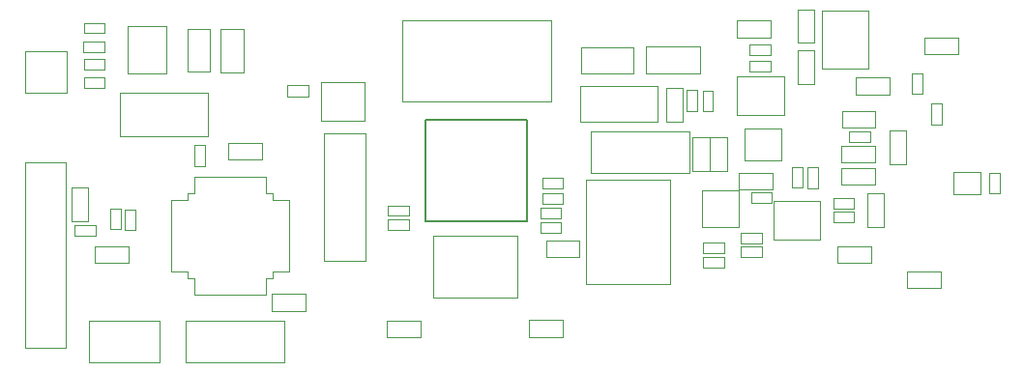
<source format=gbr>
%TF.GenerationSoftware,KiCad,Pcbnew,7.0.11+dfsg-1build4*%
%TF.CreationDate,2025-01-19T09:07:44-05:00*%
%TF.ProjectId,ThermocoupleBoard,54686572-6d6f-4636-9f75-706c65426f61,rev?*%
%TF.SameCoordinates,Original*%
%TF.FileFunction,Other,User*%
%FSLAX46Y46*%
G04 Gerber Fmt 4.6, Leading zero omitted, Abs format (unit mm)*
G04 Created by KiCad (PCBNEW 7.0.11+dfsg-1build4) date 2025-01-19 09:07:44*
%MOMM*%
%LPD*%
G01*
G04 APERTURE LIST*
%ADD10C,0.050000*%
%ADD11C,0.152400*%
G04 APERTURE END LIST*
D10*
%TO.C,J6*%
X124358000Y-96703000D02*
X133008000Y-96703000D01*
X133008000Y-96703000D02*
X133008000Y-93103000D01*
X124358000Y-93103000D02*
X124358000Y-96703000D01*
X133008000Y-93103000D02*
X124358000Y-93103000D01*
%TO.C,C21*%
X137534000Y-103174000D02*
X139354000Y-103174000D01*
X137534000Y-104094000D02*
X137534000Y-103174000D01*
X139354000Y-103174000D02*
X139354000Y-104094000D01*
X139354000Y-104094000D02*
X137534000Y-104094000D01*
%TO.C,C5*%
X133672000Y-89451000D02*
X133672000Y-91271000D01*
X132752000Y-89451000D02*
X133672000Y-89451000D01*
X133672000Y-91271000D02*
X132752000Y-91271000D01*
X132752000Y-91271000D02*
X132752000Y-89451000D01*
%TO.C,RV1*%
X148709670Y-82455000D02*
X148709670Y-87555000D01*
X144609670Y-82455000D02*
X148709670Y-82455000D01*
X148709670Y-87555000D02*
X144609670Y-87555000D01*
X144609670Y-87555000D02*
X144609670Y-82455000D01*
%TO.C,Rz3*%
X95568000Y-95549000D02*
X92608000Y-95549000D01*
X95568000Y-94089000D02*
X95568000Y-95549000D01*
X92608000Y-95549000D02*
X92608000Y-94089000D01*
X92608000Y-94089000D02*
X95568000Y-94089000D01*
%TO.C,J1*%
X74877000Y-86062000D02*
X74877000Y-89662000D01*
X74877000Y-89662000D02*
X78477000Y-89662000D01*
X78477000Y-86062000D02*
X74877000Y-86062000D01*
X78477000Y-89662000D02*
X78477000Y-86062000D01*
%TO.C,C12*%
X79927000Y-85202000D02*
X81747000Y-85202000D01*
X79927000Y-86122000D02*
X79927000Y-85202000D01*
X81747000Y-85202000D02*
X81747000Y-86122000D01*
X81747000Y-86122000D02*
X79927000Y-86122000D01*
%TO.C,C29*%
X108442000Y-100476000D02*
X106622000Y-100476000D01*
X108442000Y-99556000D02*
X108442000Y-100476000D01*
X106622000Y-100476000D02*
X106622000Y-99556000D01*
X106622000Y-99556000D02*
X108442000Y-99556000D01*
%TO.C,C8*%
X138271000Y-86921000D02*
X140091000Y-86921000D01*
X138271000Y-87841000D02*
X138271000Y-86921000D01*
X140091000Y-86921000D02*
X140091000Y-87841000D01*
X140091000Y-87841000D02*
X138271000Y-87841000D01*
%TO.C,R12*%
X146268000Y-94332000D02*
X149228000Y-94332000D01*
X146268000Y-95792000D02*
X146268000Y-94332000D01*
X149228000Y-94332000D02*
X149228000Y-95792000D01*
X149228000Y-95792000D02*
X146268000Y-95792000D01*
%TO.C,U1*%
X87655000Y-99053000D02*
X87655000Y-102203000D01*
X87655000Y-105353000D02*
X87655000Y-102203000D01*
X89055000Y-98453000D02*
X89055000Y-99053000D01*
X89055000Y-99053000D02*
X87655000Y-99053000D01*
X89055000Y-105353000D02*
X87655000Y-105353000D01*
X89055000Y-105953000D02*
X89055000Y-105353000D01*
X89655000Y-97053000D02*
X89655000Y-98453000D01*
X89655000Y-98453000D02*
X89055000Y-98453000D01*
X89655000Y-105953000D02*
X89055000Y-105953000D01*
X89655000Y-107353000D02*
X89655000Y-105953000D01*
X92805000Y-97053000D02*
X89655000Y-97053000D01*
X92805000Y-97053000D02*
X95955000Y-97053000D01*
X92805000Y-107353000D02*
X89655000Y-107353000D01*
X92805000Y-107353000D02*
X95955000Y-107353000D01*
X95955000Y-97053000D02*
X95955000Y-98453000D01*
X95955000Y-98453000D02*
X96555000Y-98453000D01*
X95955000Y-105953000D02*
X96555000Y-105953000D01*
X95955000Y-107353000D02*
X95955000Y-105953000D01*
X96555000Y-98453000D02*
X96555000Y-99053000D01*
X96555000Y-99053000D02*
X97955000Y-99053000D01*
X96555000Y-105353000D02*
X97955000Y-105353000D01*
X96555000Y-105953000D02*
X96555000Y-105353000D01*
X97955000Y-99053000D02*
X97955000Y-102203000D01*
X97955000Y-105353000D02*
X97955000Y-102203000D01*
%TO.C,C19*%
X145586000Y-98927000D02*
X147406000Y-98927000D01*
X145586000Y-99847000D02*
X145586000Y-98927000D01*
X147406000Y-98927000D02*
X147406000Y-99847000D01*
X147406000Y-99847000D02*
X145586000Y-99847000D01*
%TO.C,C10*%
X81798000Y-89241000D02*
X79978000Y-89241000D01*
X81798000Y-88321000D02*
X81798000Y-89241000D01*
X79978000Y-89241000D02*
X79978000Y-88321000D01*
X79978000Y-88321000D02*
X81798000Y-88321000D01*
%TO.C,C27*%
X121777000Y-100727000D02*
X119957000Y-100727000D01*
X121777000Y-99807000D02*
X121777000Y-100727000D01*
X119957000Y-100727000D02*
X119957000Y-99807000D01*
X119957000Y-99807000D02*
X121777000Y-99807000D01*
%TO.C,C14*%
X148803000Y-93999000D02*
X146983000Y-93999000D01*
X148803000Y-93079000D02*
X148803000Y-93999000D01*
X146983000Y-93999000D02*
X146983000Y-93079000D01*
X146983000Y-93079000D02*
X148803000Y-93079000D01*
%TO.C,R16*%
X133296000Y-96506000D02*
X133296000Y-93546000D01*
X134756000Y-96506000D02*
X133296000Y-96506000D01*
X133296000Y-93546000D02*
X134756000Y-93546000D01*
X134756000Y-93546000D02*
X134756000Y-96506000D01*
%TO.C,C9*%
X81798000Y-87652000D02*
X79978000Y-87652000D01*
X81798000Y-86732000D02*
X81798000Y-87652000D01*
X79978000Y-87652000D02*
X79978000Y-86732000D01*
X79978000Y-86732000D02*
X81798000Y-86732000D01*
%TO.C,C35*%
X84477000Y-99893000D02*
X84477000Y-101713000D01*
X83557000Y-99893000D02*
X84477000Y-99893000D01*
X84477000Y-101713000D02*
X83557000Y-101713000D01*
X83557000Y-101713000D02*
X83557000Y-99893000D01*
%TO.C,Q1*%
X100736000Y-88754000D02*
X100736000Y-92154000D01*
X100736000Y-92154000D02*
X104576000Y-92154000D01*
X104576000Y-88754000D02*
X100736000Y-88754000D01*
X104576000Y-92154000D02*
X104576000Y-88754000D01*
%TO.C,U2*%
X123935000Y-97274000D02*
X123935000Y-106434000D01*
X123935000Y-106434000D02*
X131335000Y-106434000D01*
X131335000Y-97274000D02*
X123935000Y-97274000D01*
X131335000Y-106434000D02*
X131335000Y-97274000D01*
%TO.C,U8*%
X137302000Y-101437000D02*
X134102000Y-101437000D01*
X137302000Y-98237000D02*
X137302000Y-101437000D01*
X134102000Y-101437000D02*
X134102000Y-98237000D01*
X134102000Y-98237000D02*
X137302000Y-98237000D01*
%TO.C,R8*%
X80340000Y-98001000D02*
X80340000Y-100961000D01*
X78880000Y-98001000D02*
X80340000Y-98001000D01*
X80340000Y-100961000D02*
X78880000Y-100961000D01*
X78880000Y-100961000D02*
X78880000Y-98001000D01*
%TO.C,R22*%
X155015000Y-106831000D02*
X152055000Y-106831000D01*
X155015000Y-105371000D02*
X155015000Y-106831000D01*
X152055000Y-106831000D02*
X152055000Y-105371000D01*
X152055000Y-105371000D02*
X155015000Y-105371000D01*
%TO.C,U4*%
X83814000Y-87984000D02*
X87214000Y-87984000D01*
X87214000Y-87984000D02*
X87214000Y-83884000D01*
X83814000Y-83884000D02*
X83814000Y-87984000D01*
X87214000Y-83884000D02*
X83814000Y-83884000D01*
%TO.C,RX1*%
X106539000Y-109635000D02*
X109499000Y-109635000D01*
X106539000Y-111095000D02*
X106539000Y-109635000D01*
X109499000Y-109635000D02*
X109499000Y-111095000D01*
X109499000Y-111095000D02*
X106539000Y-111095000D01*
%TO.C,C15*%
X83207000Y-99825000D02*
X83207000Y-101645000D01*
X82287000Y-99825000D02*
X83207000Y-99825000D01*
X83207000Y-101645000D02*
X82287000Y-101645000D01*
X82287000Y-101645000D02*
X82287000Y-99825000D01*
%TO.C,R13*%
X146341000Y-91277000D02*
X149301000Y-91277000D01*
X146341000Y-92737000D02*
X146341000Y-91277000D01*
X149301000Y-91277000D02*
X149301000Y-92737000D01*
X149301000Y-92737000D02*
X146341000Y-92737000D01*
%TO.C,J5*%
X104639000Y-104463000D02*
X104639000Y-93263000D01*
X104639000Y-93263000D02*
X101039000Y-93263000D01*
X101039000Y-104463000D02*
X104639000Y-104463000D01*
X101039000Y-93263000D02*
X101039000Y-104463000D01*
%TO.C,J2*%
X74799000Y-95783000D02*
X74799000Y-112083000D01*
X74799000Y-112083000D02*
X78399000Y-112083000D01*
X78399000Y-95783000D02*
X74799000Y-95783000D01*
X78399000Y-112083000D02*
X78399000Y-95783000D01*
%TO.C,C2*%
X89056000Y-87853000D02*
X89056000Y-84093000D01*
X91016000Y-87853000D02*
X89056000Y-87853000D01*
X89056000Y-84093000D02*
X91016000Y-84093000D01*
X91016000Y-84093000D02*
X91016000Y-87853000D01*
%TO.C,U5*%
X137185000Y-88224000D02*
X137185000Y-91624000D01*
X137185000Y-91624000D02*
X141285000Y-91624000D01*
X141285000Y-88224000D02*
X137185000Y-88224000D01*
X141285000Y-91624000D02*
X141285000Y-88224000D01*
%TO.C,U6*%
X141008000Y-95610000D02*
X141008000Y-92810000D01*
X141008000Y-95610000D02*
X137808000Y-95610000D01*
X141008000Y-92810000D02*
X137808000Y-92810000D01*
X137808000Y-92810000D02*
X137808000Y-95610000D01*
%TO.C,R7*%
X143906000Y-85955000D02*
X143906000Y-88915000D01*
X142446000Y-85955000D02*
X143906000Y-85955000D01*
X143906000Y-88915000D02*
X142446000Y-88915000D01*
X142446000Y-88915000D02*
X142446000Y-85955000D01*
%TO.C,R6*%
X150552000Y-89823000D02*
X147592000Y-89823000D01*
X150552000Y-88363000D02*
X150552000Y-89823000D01*
X147592000Y-89823000D02*
X147592000Y-88363000D01*
X147592000Y-88363000D02*
X150552000Y-88363000D01*
%TO.C,R2*%
X97790000Y-89052000D02*
X99650000Y-89052000D01*
X97790000Y-89992000D02*
X97790000Y-89052000D01*
X99650000Y-89052000D02*
X99650000Y-89992000D01*
X99650000Y-89992000D02*
X97790000Y-89992000D01*
%TO.C,U11*%
X156130000Y-96605000D02*
X156130000Y-98605000D01*
X156130000Y-98605000D02*
X158530000Y-98605000D01*
X158530000Y-96605000D02*
X156130000Y-96605000D01*
X158530000Y-98605000D02*
X158530000Y-96605000D01*
%TO.C,R5*%
X150501000Y-95937000D02*
X150501000Y-92977000D01*
X151961000Y-95937000D02*
X150501000Y-95937000D01*
X150501000Y-92977000D02*
X151961000Y-92977000D01*
X151961000Y-92977000D02*
X151961000Y-95937000D01*
%TO.C,R10*%
X148542000Y-101428000D02*
X148542000Y-98468000D01*
X150002000Y-101428000D02*
X148542000Y-101428000D01*
X148542000Y-98468000D02*
X150002000Y-98468000D01*
X150002000Y-98468000D02*
X150002000Y-101428000D01*
%TO.C,C16*%
X144289000Y-96250000D02*
X144289000Y-98070000D01*
X143369000Y-96250000D02*
X144289000Y-96250000D01*
X144289000Y-98070000D02*
X143369000Y-98070000D01*
X143369000Y-98070000D02*
X143369000Y-96250000D01*
%TO.C,R21*%
X145959000Y-103115000D02*
X148919000Y-103115000D01*
X145959000Y-104575000D02*
X145959000Y-103115000D01*
X148919000Y-103115000D02*
X148919000Y-104575000D01*
X148919000Y-104575000D02*
X145959000Y-104575000D01*
%TO.C,C23*%
X136024000Y-104976000D02*
X134204000Y-104976000D01*
X136024000Y-104056000D02*
X136024000Y-104976000D01*
X134204000Y-104976000D02*
X134204000Y-104056000D01*
X134204000Y-104056000D02*
X136024000Y-104056000D01*
%TO.C,R3*%
X123539000Y-85743000D02*
X128099000Y-85743000D01*
X123539000Y-87983000D02*
X123539000Y-85743000D01*
X128099000Y-85743000D02*
X128099000Y-87983000D01*
X128099000Y-87983000D02*
X123539000Y-87983000D01*
%TO.C,D2*%
X133906000Y-87966000D02*
X133906000Y-85666000D01*
X133906000Y-87966000D02*
X129206000Y-87966000D01*
X129206000Y-87966000D02*
X129206000Y-85666000D01*
X129206000Y-85666000D02*
X133906000Y-85666000D01*
%TO.C,U3*%
X107899000Y-90429000D02*
X107899000Y-83349000D01*
X120899000Y-90429000D02*
X107899000Y-90429000D01*
X107899000Y-83349000D02*
X120899000Y-83349000D01*
X120899000Y-83349000D02*
X120899000Y-90429000D01*
%TO.C,C7*%
X138271000Y-85459000D02*
X140091000Y-85459000D01*
X138271000Y-86379000D02*
X138271000Y-85459000D01*
X140091000Y-85459000D02*
X140091000Y-86379000D01*
X140091000Y-86379000D02*
X138271000Y-86379000D01*
%TO.C,RY1*%
X118985000Y-109623000D02*
X121945000Y-109623000D01*
X118985000Y-111083000D02*
X118985000Y-109623000D01*
X121945000Y-109623000D02*
X121945000Y-111083000D01*
X121945000Y-111083000D02*
X118985000Y-111083000D01*
%TO.C,C26*%
X121955000Y-98069000D02*
X120135000Y-98069000D01*
X121955000Y-97149000D02*
X121955000Y-98069000D01*
X120135000Y-98069000D02*
X120135000Y-97149000D01*
X120135000Y-97149000D02*
X121955000Y-97149000D01*
%TO.C,R9*%
X143906000Y-82369000D02*
X143906000Y-85329000D01*
X142446000Y-82369000D02*
X143906000Y-82369000D01*
X143906000Y-85329000D02*
X142446000Y-85329000D01*
X142446000Y-85329000D02*
X142446000Y-82369000D01*
%TO.C,R20*%
X155070000Y-90625000D02*
X155070000Y-92485000D01*
X154130000Y-90625000D02*
X155070000Y-90625000D01*
X155070000Y-92485000D02*
X154130000Y-92485000D01*
X154130000Y-92485000D02*
X154130000Y-90625000D01*
%TO.C,C28*%
X121777000Y-101935000D02*
X119957000Y-101935000D01*
X121777000Y-101015000D02*
X121777000Y-101935000D01*
X119957000Y-101935000D02*
X119957000Y-101015000D01*
X119957000Y-101015000D02*
X121777000Y-101015000D01*
%TO.C,C22*%
X137534000Y-101969000D02*
X139354000Y-101969000D01*
X137534000Y-102889000D02*
X137534000Y-101969000D01*
X139354000Y-101969000D02*
X139354000Y-102889000D01*
X139354000Y-102889000D02*
X137534000Y-102889000D01*
%TO.C,C6*%
X135069000Y-89516000D02*
X135069000Y-91336000D01*
X134149000Y-89516000D02*
X135069000Y-89516000D01*
X135069000Y-91336000D02*
X134149000Y-91336000D01*
X134149000Y-91336000D02*
X134149000Y-89516000D01*
%TO.C,J3*%
X86585000Y-109674000D02*
X80435000Y-109674000D01*
X80435000Y-109674000D02*
X80435000Y-113274000D01*
X86585000Y-113274000D02*
X86585000Y-109674000D01*
X80435000Y-113274000D02*
X86585000Y-113274000D01*
%TO.C,C3*%
X132403000Y-89257000D02*
X132403000Y-92217000D01*
X130943000Y-89257000D02*
X132403000Y-89257000D01*
X132403000Y-92217000D02*
X130943000Y-92217000D01*
X130943000Y-92217000D02*
X130943000Y-89257000D01*
%TO.C,C1*%
X93937000Y-84131000D02*
X93937000Y-87891000D01*
X91977000Y-84131000D02*
X93937000Y-84131000D01*
X93937000Y-87891000D02*
X91977000Y-87891000D01*
X91977000Y-87891000D02*
X91977000Y-84131000D01*
%TO.C,U9*%
X110577000Y-102223000D02*
X110577000Y-107623000D01*
X110577000Y-107623000D02*
X117977000Y-107623000D01*
X117977000Y-102223000D02*
X110577000Y-102223000D01*
X117977000Y-107623000D02*
X117977000Y-102223000D01*
%TO.C,C30*%
X108442000Y-101684000D02*
X106622000Y-101684000D01*
X108442000Y-100764000D02*
X108442000Y-101684000D01*
X106622000Y-101684000D02*
X106622000Y-100764000D01*
X106622000Y-100764000D02*
X108442000Y-100764000D01*
%TO.C,R14*%
X140284000Y-98168000D02*
X137324000Y-98168000D01*
X140284000Y-96708000D02*
X140284000Y-98168000D01*
X137324000Y-98168000D02*
X137324000Y-96708000D01*
X137324000Y-96708000D02*
X140284000Y-96708000D01*
%TO.C,C13*%
X153433000Y-87992000D02*
X153433000Y-89812000D01*
X152513000Y-87992000D02*
X153433000Y-87992000D01*
X153433000Y-89812000D02*
X152513000Y-89812000D01*
X152513000Y-89812000D02*
X152513000Y-87992000D01*
%TO.C,U7*%
X140360000Y-99199000D02*
X140360000Y-102599000D01*
X140360000Y-102599000D02*
X144460000Y-102599000D01*
X144460000Y-99199000D02*
X140360000Y-99199000D01*
X144460000Y-102599000D02*
X144460000Y-99199000D01*
%TO.C,R11*%
X149228000Y-97727000D02*
X146268000Y-97727000D01*
X149228000Y-96267000D02*
X149228000Y-97727000D01*
X146268000Y-97727000D02*
X146268000Y-96267000D01*
X146268000Y-96267000D02*
X149228000Y-96267000D01*
%TO.C,C20*%
X138423000Y-98410000D02*
X140243000Y-98410000D01*
X138423000Y-99330000D02*
X138423000Y-98410000D01*
X140243000Y-98410000D02*
X140243000Y-99330000D01*
X140243000Y-99330000D02*
X138423000Y-99330000D01*
%TO.C,C24*%
X136024000Y-103768000D02*
X134204000Y-103768000D01*
X136024000Y-102848000D02*
X136024000Y-103768000D01*
X134204000Y-103768000D02*
X134204000Y-102848000D01*
X134204000Y-102848000D02*
X136024000Y-102848000D01*
%TO.C,C11*%
X79978000Y-83560000D02*
X81798000Y-83560000D01*
X79978000Y-84480000D02*
X79978000Y-83560000D01*
X81798000Y-83560000D02*
X81798000Y-84480000D01*
X81798000Y-84480000D02*
X79978000Y-84480000D01*
%TO.C,R17*%
X120433000Y-102647000D02*
X123393000Y-102647000D01*
X120433000Y-104107000D02*
X120433000Y-102647000D01*
X123393000Y-102647000D02*
X123393000Y-104107000D01*
X123393000Y-104107000D02*
X120433000Y-104107000D01*
%TO.C,C36*%
X159235000Y-98525000D02*
X159235000Y-96705000D01*
X160155000Y-98525000D02*
X159235000Y-98525000D01*
X159235000Y-96705000D02*
X160155000Y-96705000D01*
X160155000Y-96705000D02*
X160155000Y-98525000D01*
%TO.C,C33*%
X89653000Y-96122000D02*
X89653000Y-94302000D01*
X90573000Y-96122000D02*
X89653000Y-96122000D01*
X89653000Y-94302000D02*
X90573000Y-94302000D01*
X90573000Y-94302000D02*
X90573000Y-96122000D01*
D11*
%TO.C,L1*%
X109874200Y-92058200D02*
X109874200Y-100948200D01*
X109874200Y-100948200D02*
X118764200Y-100948200D01*
X118764200Y-92058200D02*
X109874200Y-92058200D01*
X118764200Y-100948200D02*
X118764200Y-92058200D01*
D10*
%TO.C,C4*%
X140138000Y-84833000D02*
X137178000Y-84833000D01*
X140138000Y-83373000D02*
X140138000Y-84833000D01*
X137178000Y-84833000D02*
X137178000Y-83373000D01*
X137178000Y-83373000D02*
X140138000Y-83373000D01*
%TO.C,R4*%
X156521000Y-86327000D02*
X153561000Y-86327000D01*
X156521000Y-84867000D02*
X156521000Y-86327000D01*
X153561000Y-86327000D02*
X153561000Y-84867000D01*
X153561000Y-84867000D02*
X156521000Y-84867000D01*
%TO.C,C34*%
X79170000Y-101294000D02*
X80990000Y-101294000D01*
X79170000Y-102214000D02*
X79170000Y-101294000D01*
X80990000Y-101294000D02*
X80990000Y-102214000D01*
X80990000Y-102214000D02*
X79170000Y-102214000D01*
%TO.C,C17*%
X142892000Y-96188000D02*
X142892000Y-98008000D01*
X141972000Y-96188000D02*
X142892000Y-96188000D01*
X142892000Y-98008000D02*
X141972000Y-98008000D01*
X141972000Y-98008000D02*
X141972000Y-96188000D01*
%TO.C,C25*%
X121955000Y-99401000D02*
X120135000Y-99401000D01*
X121955000Y-98481000D02*
X121955000Y-99401000D01*
X120135000Y-99401000D02*
X120135000Y-98481000D01*
X120135000Y-98481000D02*
X121955000Y-98481000D01*
%TO.C,D1*%
X130178000Y-92252000D02*
X123478000Y-92252000D01*
X130178000Y-89092000D02*
X130178000Y-92252000D01*
X123478000Y-92252000D02*
X123478000Y-89092000D01*
X123478000Y-89092000D02*
X130178000Y-89092000D01*
%TO.C,Rz1*%
X83884000Y-104626000D02*
X80924000Y-104626000D01*
X83884000Y-103166000D02*
X83884000Y-104626000D01*
X80924000Y-104626000D02*
X80924000Y-103166000D01*
X80924000Y-103166000D02*
X83884000Y-103166000D01*
%TO.C,R15*%
X136280000Y-93588000D02*
X136280000Y-96548000D01*
X134820000Y-93588000D02*
X136280000Y-93588000D01*
X136280000Y-96548000D02*
X134820000Y-96548000D01*
X134820000Y-96548000D02*
X134820000Y-93588000D01*
%TO.C,C18*%
X145586000Y-100132000D02*
X147406000Y-100132000D01*
X145586000Y-101052000D02*
X145586000Y-100132000D01*
X147406000Y-100132000D02*
X147406000Y-101052000D01*
X147406000Y-101052000D02*
X145586000Y-101052000D01*
%TO.C,R1*%
X83168000Y-89699000D02*
X90808000Y-89699000D01*
X83168000Y-93539000D02*
X83168000Y-89699000D01*
X90808000Y-89699000D02*
X90808000Y-93539000D01*
X90808000Y-93539000D02*
X83168000Y-93539000D01*
%TO.C,Rz2*%
X96418000Y-107327000D02*
X99378000Y-107327000D01*
X96418000Y-108787000D02*
X96418000Y-107327000D01*
X99378000Y-107327000D02*
X99378000Y-108787000D01*
X99378000Y-108787000D02*
X96418000Y-108787000D01*
%TO.C,J4*%
X88871000Y-113273000D02*
X97521000Y-113273000D01*
X97521000Y-113273000D02*
X97521000Y-109673000D01*
X88871000Y-109673000D02*
X88871000Y-113273000D01*
X97521000Y-109673000D02*
X88871000Y-109673000D01*
%TD*%
M02*

</source>
